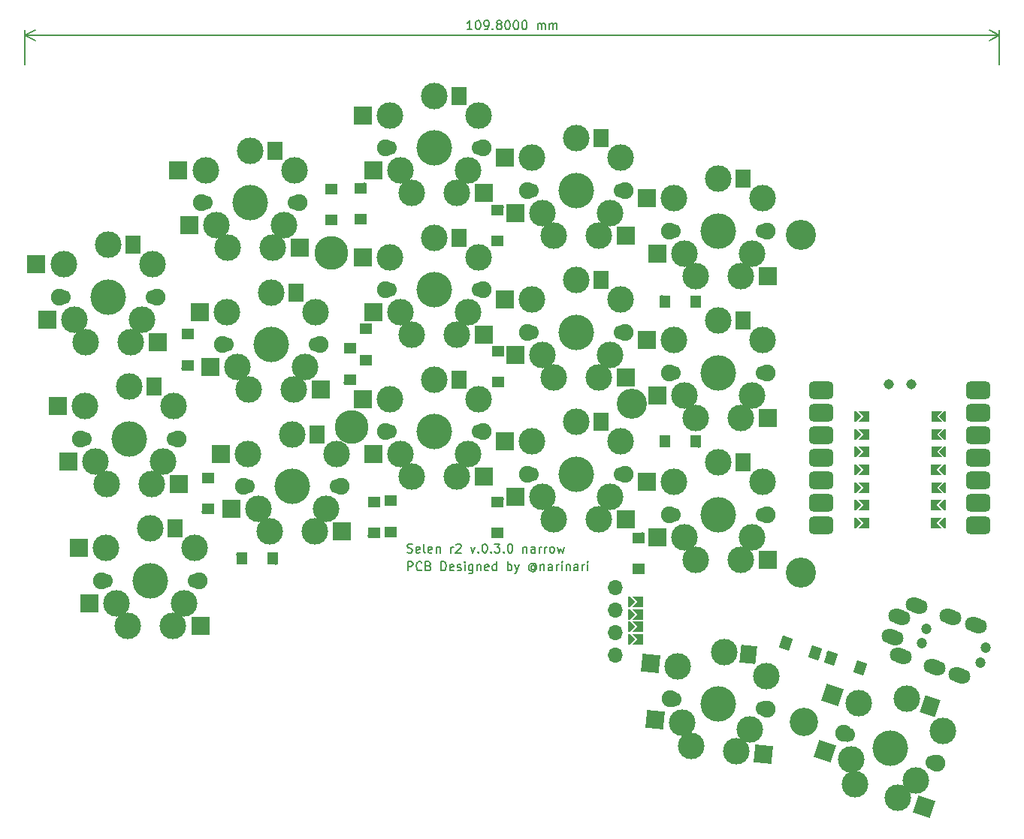
<source format=gts>
%TF.GenerationSoftware,KiCad,Pcbnew,(6.0.8)*%
%TF.CreationDate,2022-10-28T13:14:18+09:00*%
%TF.ProjectId,selen-full_narrow,73656c65-6e2d-4667-956c-6c5f6e617272,rev?*%
%TF.SameCoordinates,Original*%
%TF.FileFunction,Soldermask,Top*%
%TF.FilePolarity,Negative*%
%FSLAX46Y46*%
G04 Gerber Fmt 4.6, Leading zero omitted, Abs format (unit mm)*
G04 Created by KiCad (PCBNEW (6.0.8)) date 2022-10-28 13:14:18*
%MOMM*%
%LPD*%
G01*
G04 APERTURE LIST*
G04 Aperture macros list*
%AMRoundRect*
0 Rectangle with rounded corners*
0 $1 Rounding radius*
0 $2 $3 $4 $5 $6 $7 $8 $9 X,Y pos of 4 corners*
0 Add a 4 corners polygon primitive as box body*
4,1,4,$2,$3,$4,$5,$6,$7,$8,$9,$2,$3,0*
0 Add four circle primitives for the rounded corners*
1,1,$1+$1,$2,$3*
1,1,$1+$1,$4,$5*
1,1,$1+$1,$6,$7*
1,1,$1+$1,$8,$9*
0 Add four rect primitives between the rounded corners*
20,1,$1+$1,$2,$3,$4,$5,0*
20,1,$1+$1,$4,$5,$6,$7,0*
20,1,$1+$1,$6,$7,$8,$9,0*
20,1,$1+$1,$8,$9,$2,$3,0*%
%AMHorizOval*
0 Thick line with rounded ends*
0 $1 width*
0 $2 $3 position (X,Y) of the first rounded end (center of the circle)*
0 $4 $5 position (X,Y) of the second rounded end (center of the circle)*
0 Add line between two ends*
20,1,$1,$2,$3,$4,$5,0*
0 Add two circle primitives to create the rounded ends*
1,1,$1,$2,$3*
1,1,$1,$4,$5*%
%AMRotRect*
0 Rectangle, with rotation*
0 The origin of the aperture is its center*
0 $1 length*
0 $2 width*
0 $3 Rotation angle, in degrees counterclockwise*
0 Add horizontal line*
21,1,$1,$2,0,0,$3*%
%AMFreePoly0*
4,1,6,0.600000,0.200000,0.000000,-0.400000,-0.600000,0.200000,-0.600000,0.400000,0.600000,0.400000,0.600000,0.200000,0.600000,0.200000,$1*%
%AMFreePoly1*
4,1,6,0.600000,-0.250000,-0.600000,-0.250000,-0.600000,1.000000,0.000000,0.400000,0.600000,1.000000,0.600000,-0.250000,0.600000,-0.250000,$1*%
G04 Aperture macros list end*
%ADD10C,0.150000*%
%ADD11C,0.500000*%
%ADD12R,1.400000X1.200000*%
%ADD13RotRect,1.200000X1.400000X342.000000*%
%ADD14C,3.000000*%
%ADD15C,1.700000*%
%ADD16C,1.900000*%
%ADD17C,4.000000*%
%ADD18R,2.000000X2.000000*%
%ADD19R,1.800000X2.000000*%
%ADD20FreePoly0,90.000000*%
%ADD21O,1.700000X1.700000*%
%ADD22FreePoly1,90.000000*%
%ADD23R,1.200000X1.400000*%
%ADD24C,3.800000*%
%ADD25RotRect,2.000000X2.000000X354.000000*%
%ADD26RotRect,1.800000X2.000000X354.000000*%
%ADD27C,3.400000*%
%ADD28RotRect,2.000000X2.000000X342.000000*%
%ADD29RotRect,1.800000X2.000000X342.000000*%
%ADD30C,1.200000*%
%ADD31HorizOval,1.700000X-0.380423X0.123607X0.380423X-0.123607X0*%
%ADD32RoundRect,0.499745X-0.874395X-0.499745X0.874395X-0.499745X0.874395X0.499745X-0.874395X0.499745X0*%
%ADD33FreePoly0,270.000000*%
%ADD34FreePoly1,270.000000*%
%ADD35C,1.143000*%
%ADD36C,3.200000*%
G04 APERTURE END LIST*
D10*
X145335595Y-118052380D02*
X145335595Y-117052380D01*
X145716547Y-117052380D01*
X145811785Y-117100000D01*
X145859404Y-117147619D01*
X145907023Y-117242857D01*
X145907023Y-117385714D01*
X145859404Y-117480952D01*
X145811785Y-117528571D01*
X145716547Y-117576190D01*
X145335595Y-117576190D01*
X146907023Y-117957142D02*
X146859404Y-118004761D01*
X146716547Y-118052380D01*
X146621309Y-118052380D01*
X146478452Y-118004761D01*
X146383214Y-117909523D01*
X146335595Y-117814285D01*
X146287976Y-117623809D01*
X146287976Y-117480952D01*
X146335595Y-117290476D01*
X146383214Y-117195238D01*
X146478452Y-117100000D01*
X146621309Y-117052380D01*
X146716547Y-117052380D01*
X146859404Y-117100000D01*
X146907023Y-117147619D01*
X147668928Y-117528571D02*
X147811785Y-117576190D01*
X147859404Y-117623809D01*
X147907023Y-117719047D01*
X147907023Y-117861904D01*
X147859404Y-117957142D01*
X147811785Y-118004761D01*
X147716547Y-118052380D01*
X147335595Y-118052380D01*
X147335595Y-117052380D01*
X147668928Y-117052380D01*
X147764166Y-117100000D01*
X147811785Y-117147619D01*
X147859404Y-117242857D01*
X147859404Y-117338095D01*
X147811785Y-117433333D01*
X147764166Y-117480952D01*
X147668928Y-117528571D01*
X147335595Y-117528571D01*
X149097500Y-118052380D02*
X149097500Y-117052380D01*
X149335595Y-117052380D01*
X149478452Y-117100000D01*
X149573690Y-117195238D01*
X149621309Y-117290476D01*
X149668928Y-117480952D01*
X149668928Y-117623809D01*
X149621309Y-117814285D01*
X149573690Y-117909523D01*
X149478452Y-118004761D01*
X149335595Y-118052380D01*
X149097500Y-118052380D01*
X150478452Y-118004761D02*
X150383214Y-118052380D01*
X150192738Y-118052380D01*
X150097500Y-118004761D01*
X150049880Y-117909523D01*
X150049880Y-117528571D01*
X150097500Y-117433333D01*
X150192738Y-117385714D01*
X150383214Y-117385714D01*
X150478452Y-117433333D01*
X150526071Y-117528571D01*
X150526071Y-117623809D01*
X150049880Y-117719047D01*
X150907023Y-118004761D02*
X151002261Y-118052380D01*
X151192738Y-118052380D01*
X151287976Y-118004761D01*
X151335595Y-117909523D01*
X151335595Y-117861904D01*
X151287976Y-117766666D01*
X151192738Y-117719047D01*
X151049880Y-117719047D01*
X150954642Y-117671428D01*
X150907023Y-117576190D01*
X150907023Y-117528571D01*
X150954642Y-117433333D01*
X151049880Y-117385714D01*
X151192738Y-117385714D01*
X151287976Y-117433333D01*
X151764166Y-118052380D02*
X151764166Y-117385714D01*
X151764166Y-117052380D02*
X151716547Y-117100000D01*
X151764166Y-117147619D01*
X151811785Y-117100000D01*
X151764166Y-117052380D01*
X151764166Y-117147619D01*
X152668928Y-117385714D02*
X152668928Y-118195238D01*
X152621309Y-118290476D01*
X152573690Y-118338095D01*
X152478452Y-118385714D01*
X152335595Y-118385714D01*
X152240357Y-118338095D01*
X152668928Y-118004761D02*
X152573690Y-118052380D01*
X152383214Y-118052380D01*
X152287976Y-118004761D01*
X152240357Y-117957142D01*
X152192738Y-117861904D01*
X152192738Y-117576190D01*
X152240357Y-117480952D01*
X152287976Y-117433333D01*
X152383214Y-117385714D01*
X152573690Y-117385714D01*
X152668928Y-117433333D01*
X153145119Y-117385714D02*
X153145119Y-118052380D01*
X153145119Y-117480952D02*
X153192738Y-117433333D01*
X153287976Y-117385714D01*
X153430833Y-117385714D01*
X153526071Y-117433333D01*
X153573690Y-117528571D01*
X153573690Y-118052380D01*
X154430833Y-118004761D02*
X154335595Y-118052380D01*
X154145119Y-118052380D01*
X154049880Y-118004761D01*
X154002261Y-117909523D01*
X154002261Y-117528571D01*
X154049880Y-117433333D01*
X154145119Y-117385714D01*
X154335595Y-117385714D01*
X154430833Y-117433333D01*
X154478452Y-117528571D01*
X154478452Y-117623809D01*
X154002261Y-117719047D01*
X155335595Y-118052380D02*
X155335595Y-117052380D01*
X155335595Y-118004761D02*
X155240357Y-118052380D01*
X155049880Y-118052380D01*
X154954642Y-118004761D01*
X154907023Y-117957142D01*
X154859404Y-117861904D01*
X154859404Y-117576190D01*
X154907023Y-117480952D01*
X154954642Y-117433333D01*
X155049880Y-117385714D01*
X155240357Y-117385714D01*
X155335595Y-117433333D01*
X156573690Y-118052380D02*
X156573690Y-117052380D01*
X156573690Y-117433333D02*
X156668928Y-117385714D01*
X156859404Y-117385714D01*
X156954642Y-117433333D01*
X157002261Y-117480952D01*
X157049880Y-117576190D01*
X157049880Y-117861904D01*
X157002261Y-117957142D01*
X156954642Y-118004761D01*
X156859404Y-118052380D01*
X156668928Y-118052380D01*
X156573690Y-118004761D01*
X157383214Y-117385714D02*
X157621309Y-118052380D01*
X157859404Y-117385714D02*
X157621309Y-118052380D01*
X157526071Y-118290476D01*
X157478452Y-118338095D01*
X157383214Y-118385714D01*
X159621309Y-117576190D02*
X159573690Y-117528571D01*
X159478452Y-117480952D01*
X159383214Y-117480952D01*
X159287976Y-117528571D01*
X159240357Y-117576190D01*
X159192738Y-117671428D01*
X159192738Y-117766666D01*
X159240357Y-117861904D01*
X159287976Y-117909523D01*
X159383214Y-117957142D01*
X159478452Y-117957142D01*
X159573690Y-117909523D01*
X159621309Y-117861904D01*
X159621309Y-117480952D02*
X159621309Y-117861904D01*
X159668928Y-117909523D01*
X159716547Y-117909523D01*
X159811785Y-117861904D01*
X159859404Y-117766666D01*
X159859404Y-117528571D01*
X159764166Y-117385714D01*
X159621309Y-117290476D01*
X159430833Y-117242857D01*
X159240357Y-117290476D01*
X159097500Y-117385714D01*
X159002261Y-117528571D01*
X158954642Y-117719047D01*
X159002261Y-117909523D01*
X159097500Y-118052380D01*
X159240357Y-118147619D01*
X159430833Y-118195238D01*
X159621309Y-118147619D01*
X159764166Y-118052380D01*
X160287976Y-117385714D02*
X160287976Y-118052380D01*
X160287976Y-117480952D02*
X160335595Y-117433333D01*
X160430833Y-117385714D01*
X160573690Y-117385714D01*
X160668928Y-117433333D01*
X160716547Y-117528571D01*
X160716547Y-118052380D01*
X161621309Y-118052380D02*
X161621309Y-117528571D01*
X161573690Y-117433333D01*
X161478452Y-117385714D01*
X161287976Y-117385714D01*
X161192738Y-117433333D01*
X161621309Y-118004761D02*
X161526071Y-118052380D01*
X161287976Y-118052380D01*
X161192738Y-118004761D01*
X161145119Y-117909523D01*
X161145119Y-117814285D01*
X161192738Y-117719047D01*
X161287976Y-117671428D01*
X161526071Y-117671428D01*
X161621309Y-117623809D01*
X162097500Y-118052380D02*
X162097500Y-117385714D01*
X162097500Y-117576190D02*
X162145119Y-117480952D01*
X162192738Y-117433333D01*
X162287976Y-117385714D01*
X162383214Y-117385714D01*
X162716547Y-118052380D02*
X162716547Y-117385714D01*
X162716547Y-117052380D02*
X162668928Y-117100000D01*
X162716547Y-117147619D01*
X162764166Y-117100000D01*
X162716547Y-117052380D01*
X162716547Y-117147619D01*
X163192738Y-117385714D02*
X163192738Y-118052380D01*
X163192738Y-117480952D02*
X163240357Y-117433333D01*
X163335595Y-117385714D01*
X163478452Y-117385714D01*
X163573690Y-117433333D01*
X163621309Y-117528571D01*
X163621309Y-118052380D01*
X164526071Y-118052380D02*
X164526071Y-117528571D01*
X164478452Y-117433333D01*
X164383214Y-117385714D01*
X164192738Y-117385714D01*
X164097500Y-117433333D01*
X164526071Y-118004761D02*
X164430833Y-118052380D01*
X164192738Y-118052380D01*
X164097500Y-118004761D01*
X164049880Y-117909523D01*
X164049880Y-117814285D01*
X164097500Y-117719047D01*
X164192738Y-117671428D01*
X164430833Y-117671428D01*
X164526071Y-117623809D01*
X165002261Y-118052380D02*
X165002261Y-117385714D01*
X165002261Y-117576190D02*
X165049880Y-117480952D01*
X165097500Y-117433333D01*
X165192738Y-117385714D01*
X165287976Y-117385714D01*
X165621309Y-118052380D02*
X165621309Y-117385714D01*
X165621309Y-117052380D02*
X165573690Y-117100000D01*
X165621309Y-117147619D01*
X165668928Y-117100000D01*
X165621309Y-117052380D01*
X165621309Y-117147619D01*
X145287976Y-116004761D02*
X145430833Y-116052380D01*
X145668928Y-116052380D01*
X145764166Y-116004761D01*
X145811785Y-115957142D01*
X145859404Y-115861904D01*
X145859404Y-115766666D01*
X145811785Y-115671428D01*
X145764166Y-115623809D01*
X145668928Y-115576190D01*
X145478452Y-115528571D01*
X145383214Y-115480952D01*
X145335595Y-115433333D01*
X145287976Y-115338095D01*
X145287976Y-115242857D01*
X145335595Y-115147619D01*
X145383214Y-115100000D01*
X145478452Y-115052380D01*
X145716547Y-115052380D01*
X145859404Y-115100000D01*
X146668928Y-116004761D02*
X146573690Y-116052380D01*
X146383214Y-116052380D01*
X146287976Y-116004761D01*
X146240357Y-115909523D01*
X146240357Y-115528571D01*
X146287976Y-115433333D01*
X146383214Y-115385714D01*
X146573690Y-115385714D01*
X146668928Y-115433333D01*
X146716547Y-115528571D01*
X146716547Y-115623809D01*
X146240357Y-115719047D01*
X147287976Y-116052380D02*
X147192738Y-116004761D01*
X147145119Y-115909523D01*
X147145119Y-115052380D01*
X148049880Y-116004761D02*
X147954642Y-116052380D01*
X147764166Y-116052380D01*
X147668928Y-116004761D01*
X147621309Y-115909523D01*
X147621309Y-115528571D01*
X147668928Y-115433333D01*
X147764166Y-115385714D01*
X147954642Y-115385714D01*
X148049880Y-115433333D01*
X148097500Y-115528571D01*
X148097500Y-115623809D01*
X147621309Y-115719047D01*
X148526071Y-115385714D02*
X148526071Y-116052380D01*
X148526071Y-115480952D02*
X148573690Y-115433333D01*
X148668928Y-115385714D01*
X148811785Y-115385714D01*
X148907023Y-115433333D01*
X148954642Y-115528571D01*
X148954642Y-116052380D01*
X150192738Y-116052380D02*
X150192738Y-115385714D01*
X150192738Y-115576190D02*
X150240357Y-115480952D01*
X150287976Y-115433333D01*
X150383214Y-115385714D01*
X150478452Y-115385714D01*
X150764166Y-115147619D02*
X150811785Y-115100000D01*
X150907023Y-115052380D01*
X151145119Y-115052380D01*
X151240357Y-115100000D01*
X151287976Y-115147619D01*
X151335595Y-115242857D01*
X151335595Y-115338095D01*
X151287976Y-115480952D01*
X150716547Y-116052380D01*
X151335595Y-116052380D01*
X152430833Y-115385714D02*
X152668928Y-116052380D01*
X152907023Y-115385714D01*
X153287976Y-115957142D02*
X153335595Y-116004761D01*
X153287976Y-116052380D01*
X153240357Y-116004761D01*
X153287976Y-115957142D01*
X153287976Y-116052380D01*
X153954642Y-115052380D02*
X154049880Y-115052380D01*
X154145119Y-115100000D01*
X154192738Y-115147619D01*
X154240357Y-115242857D01*
X154287976Y-115433333D01*
X154287976Y-115671428D01*
X154240357Y-115861904D01*
X154192738Y-115957142D01*
X154145119Y-116004761D01*
X154049880Y-116052380D01*
X153954642Y-116052380D01*
X153859404Y-116004761D01*
X153811785Y-115957142D01*
X153764166Y-115861904D01*
X153716547Y-115671428D01*
X153716547Y-115433333D01*
X153764166Y-115242857D01*
X153811785Y-115147619D01*
X153859404Y-115100000D01*
X153954642Y-115052380D01*
X154716547Y-115957142D02*
X154764166Y-116004761D01*
X154716547Y-116052380D01*
X154668928Y-116004761D01*
X154716547Y-115957142D01*
X154716547Y-116052380D01*
X155097500Y-115052380D02*
X155716547Y-115052380D01*
X155383214Y-115433333D01*
X155526071Y-115433333D01*
X155621309Y-115480952D01*
X155668928Y-115528571D01*
X155716547Y-115623809D01*
X155716547Y-115861904D01*
X155668928Y-115957142D01*
X155621309Y-116004761D01*
X155526071Y-116052380D01*
X155240357Y-116052380D01*
X155145119Y-116004761D01*
X155097500Y-115957142D01*
X156145119Y-115957142D02*
X156192738Y-116004761D01*
X156145119Y-116052380D01*
X156097500Y-116004761D01*
X156145119Y-115957142D01*
X156145119Y-116052380D01*
X156811785Y-115052380D02*
X156907023Y-115052380D01*
X157002261Y-115100000D01*
X157049880Y-115147619D01*
X157097500Y-115242857D01*
X157145119Y-115433333D01*
X157145119Y-115671428D01*
X157097500Y-115861904D01*
X157049880Y-115957142D01*
X157002261Y-116004761D01*
X156907023Y-116052380D01*
X156811785Y-116052380D01*
X156716547Y-116004761D01*
X156668928Y-115957142D01*
X156621309Y-115861904D01*
X156573690Y-115671428D01*
X156573690Y-115433333D01*
X156621309Y-115242857D01*
X156668928Y-115147619D01*
X156716547Y-115100000D01*
X156811785Y-115052380D01*
X158335595Y-115385714D02*
X158335595Y-116052380D01*
X158335595Y-115480952D02*
X158383214Y-115433333D01*
X158478452Y-115385714D01*
X158621309Y-115385714D01*
X158716547Y-115433333D01*
X158764166Y-115528571D01*
X158764166Y-116052380D01*
X159668928Y-116052380D02*
X159668928Y-115528571D01*
X159621309Y-115433333D01*
X159526071Y-115385714D01*
X159335595Y-115385714D01*
X159240357Y-115433333D01*
X159668928Y-116004761D02*
X159573690Y-116052380D01*
X159335595Y-116052380D01*
X159240357Y-116004761D01*
X159192738Y-115909523D01*
X159192738Y-115814285D01*
X159240357Y-115719047D01*
X159335595Y-115671428D01*
X159573690Y-115671428D01*
X159668928Y-115623809D01*
X160145119Y-116052380D02*
X160145119Y-115385714D01*
X160145119Y-115576190D02*
X160192738Y-115480952D01*
X160240357Y-115433333D01*
X160335595Y-115385714D01*
X160430833Y-115385714D01*
X160764166Y-116052380D02*
X160764166Y-115385714D01*
X160764166Y-115576190D02*
X160811785Y-115480952D01*
X160859404Y-115433333D01*
X160954642Y-115385714D01*
X161049880Y-115385714D01*
X161526071Y-116052380D02*
X161430833Y-116004761D01*
X161383214Y-115957142D01*
X161335595Y-115861904D01*
X161335595Y-115576190D01*
X161383214Y-115480952D01*
X161430833Y-115433333D01*
X161526071Y-115385714D01*
X161668928Y-115385714D01*
X161764166Y-115433333D01*
X161811785Y-115480952D01*
X161859404Y-115576190D01*
X161859404Y-115861904D01*
X161811785Y-115957142D01*
X161764166Y-116004761D01*
X161668928Y-116052380D01*
X161526071Y-116052380D01*
X162192738Y-115385714D02*
X162383214Y-116052380D01*
X162573690Y-115576190D01*
X162764166Y-116052380D01*
X162954642Y-115385714D01*
X152576190Y-57002380D02*
X152004761Y-57002380D01*
X152290476Y-57002380D02*
X152290476Y-56002380D01*
X152195238Y-56145238D01*
X152100000Y-56240476D01*
X152004761Y-56288095D01*
X153195238Y-56002380D02*
X153290476Y-56002380D01*
X153385714Y-56050000D01*
X153433333Y-56097619D01*
X153480952Y-56192857D01*
X153528571Y-56383333D01*
X153528571Y-56621428D01*
X153480952Y-56811904D01*
X153433333Y-56907142D01*
X153385714Y-56954761D01*
X153290476Y-57002380D01*
X153195238Y-57002380D01*
X153100000Y-56954761D01*
X153052380Y-56907142D01*
X153004761Y-56811904D01*
X152957142Y-56621428D01*
X152957142Y-56383333D01*
X153004761Y-56192857D01*
X153052380Y-56097619D01*
X153100000Y-56050000D01*
X153195238Y-56002380D01*
X154004761Y-57002380D02*
X154195238Y-57002380D01*
X154290476Y-56954761D01*
X154338095Y-56907142D01*
X154433333Y-56764285D01*
X154480952Y-56573809D01*
X154480952Y-56192857D01*
X154433333Y-56097619D01*
X154385714Y-56050000D01*
X154290476Y-56002380D01*
X154100000Y-56002380D01*
X154004761Y-56050000D01*
X153957142Y-56097619D01*
X153909523Y-56192857D01*
X153909523Y-56430952D01*
X153957142Y-56526190D01*
X154004761Y-56573809D01*
X154100000Y-56621428D01*
X154290476Y-56621428D01*
X154385714Y-56573809D01*
X154433333Y-56526190D01*
X154480952Y-56430952D01*
X154909523Y-56907142D02*
X154957142Y-56954761D01*
X154909523Y-57002380D01*
X154861904Y-56954761D01*
X154909523Y-56907142D01*
X154909523Y-57002380D01*
X155528571Y-56430952D02*
X155433333Y-56383333D01*
X155385714Y-56335714D01*
X155338095Y-56240476D01*
X155338095Y-56192857D01*
X155385714Y-56097619D01*
X155433333Y-56050000D01*
X155528571Y-56002380D01*
X155719047Y-56002380D01*
X155814285Y-56050000D01*
X155861904Y-56097619D01*
X155909523Y-56192857D01*
X155909523Y-56240476D01*
X155861904Y-56335714D01*
X155814285Y-56383333D01*
X155719047Y-56430952D01*
X155528571Y-56430952D01*
X155433333Y-56478571D01*
X155385714Y-56526190D01*
X155338095Y-56621428D01*
X155338095Y-56811904D01*
X155385714Y-56907142D01*
X155433333Y-56954761D01*
X155528571Y-57002380D01*
X155719047Y-57002380D01*
X155814285Y-56954761D01*
X155861904Y-56907142D01*
X155909523Y-56811904D01*
X155909523Y-56621428D01*
X155861904Y-56526190D01*
X155814285Y-56478571D01*
X155719047Y-56430952D01*
X156528571Y-56002380D02*
X156623809Y-56002380D01*
X156719047Y-56050000D01*
X156766666Y-56097619D01*
X156814285Y-56192857D01*
X156861904Y-56383333D01*
X156861904Y-56621428D01*
X156814285Y-56811904D01*
X156766666Y-56907142D01*
X156719047Y-56954761D01*
X156623809Y-57002380D01*
X156528571Y-57002380D01*
X156433333Y-56954761D01*
X156385714Y-56907142D01*
X156338095Y-56811904D01*
X156290476Y-56621428D01*
X156290476Y-56383333D01*
X156338095Y-56192857D01*
X156385714Y-56097619D01*
X156433333Y-56050000D01*
X156528571Y-56002380D01*
X157480952Y-56002380D02*
X157576190Y-56002380D01*
X157671428Y-56050000D01*
X157719047Y-56097619D01*
X157766666Y-56192857D01*
X157814285Y-56383333D01*
X157814285Y-56621428D01*
X157766666Y-56811904D01*
X157719047Y-56907142D01*
X157671428Y-56954761D01*
X157576190Y-57002380D01*
X157480952Y-57002380D01*
X157385714Y-56954761D01*
X157338095Y-56907142D01*
X157290476Y-56811904D01*
X157242857Y-56621428D01*
X157242857Y-56383333D01*
X157290476Y-56192857D01*
X157338095Y-56097619D01*
X157385714Y-56050000D01*
X157480952Y-56002380D01*
X158433333Y-56002380D02*
X158528571Y-56002380D01*
X158623809Y-56050000D01*
X158671428Y-56097619D01*
X158719047Y-56192857D01*
X158766666Y-56383333D01*
X158766666Y-56621428D01*
X158719047Y-56811904D01*
X158671428Y-56907142D01*
X158623809Y-56954761D01*
X158528571Y-57002380D01*
X158433333Y-57002380D01*
X158338095Y-56954761D01*
X158290476Y-56907142D01*
X158242857Y-56811904D01*
X158195238Y-56621428D01*
X158195238Y-56383333D01*
X158242857Y-56192857D01*
X158290476Y-56097619D01*
X158338095Y-56050000D01*
X158433333Y-56002380D01*
X159957142Y-57002380D02*
X159957142Y-56335714D01*
X159957142Y-56430952D02*
X160004761Y-56383333D01*
X160100000Y-56335714D01*
X160242857Y-56335714D01*
X160338095Y-56383333D01*
X160385714Y-56478571D01*
X160385714Y-57002380D01*
X160385714Y-56478571D02*
X160433333Y-56383333D01*
X160528571Y-56335714D01*
X160671428Y-56335714D01*
X160766666Y-56383333D01*
X160814285Y-56478571D01*
X160814285Y-57002380D01*
X161290476Y-57002380D02*
X161290476Y-56335714D01*
X161290476Y-56430952D02*
X161338095Y-56383333D01*
X161433333Y-56335714D01*
X161576190Y-56335714D01*
X161671428Y-56383333D01*
X161719047Y-56478571D01*
X161719047Y-57002380D01*
X161719047Y-56478571D02*
X161766666Y-56383333D01*
X161861904Y-56335714D01*
X162004761Y-56335714D01*
X162100000Y-56383333D01*
X162147619Y-56478571D01*
X162147619Y-57002380D01*
X212000000Y-61000000D02*
X212000000Y-57113580D01*
X102200000Y-61000000D02*
X102200000Y-57113580D01*
X212000000Y-57700000D02*
X102200000Y-57700000D01*
X212000000Y-57700000D02*
X102200000Y-57700000D01*
X212000000Y-57700000D02*
X210873496Y-57113579D01*
X212000000Y-57700000D02*
X210873496Y-58286421D01*
X102200000Y-57700000D02*
X103326504Y-58286421D01*
X102200000Y-57700000D02*
X103326504Y-57113579D01*
D11*
%TO.C,D9*%
X155950000Y-92950000D03*
D12*
X155500000Y-93300000D03*
X155500000Y-96800000D03*
D11*
X155050000Y-97150000D03*
%TD*%
%TO.C,D4*%
X155898000Y-77022000D03*
D12*
X155448000Y-77372000D03*
D11*
X154998000Y-81222000D03*
D12*
X155448000Y-80872000D03*
%TD*%
D11*
%TO.C,D12*%
X141950000Y-109950000D03*
D12*
X141500000Y-110300000D03*
X141500000Y-113800000D03*
D11*
X141050000Y-114150000D03*
%TD*%
D13*
%TO.C,D17*%
X192989302Y-127918440D03*
D11*
X192795490Y-127382309D03*
X196511812Y-129536131D03*
D13*
X196318000Y-129000000D03*
%TD*%
D14*
%TO.C,SW1*%
X109038000Y-92301500D03*
D15*
X116658000Y-87221500D03*
X106498000Y-87221500D03*
D14*
X107768000Y-89761500D03*
X106578000Y-83521500D03*
D16*
X117078000Y-87221500D03*
X106078000Y-87221500D03*
D14*
X115388000Y-89761500D03*
X111578000Y-81321500D03*
X114118000Y-92301500D03*
X116578000Y-83521500D03*
D17*
X111578000Y-87221500D03*
D18*
X103478000Y-83521500D03*
X117178000Y-92301500D03*
D19*
X114378000Y-81321500D03*
D18*
X104678000Y-89761500D03*
%TD*%
D14*
%TO.C,SW13*%
X145801000Y-107473750D03*
X148341000Y-96493750D03*
D17*
X148341000Y-102393750D03*
D14*
X153341000Y-98693750D03*
X143341000Y-98693750D03*
X152151000Y-104933750D03*
D16*
X142841000Y-102393750D03*
D15*
X143261000Y-102393750D03*
D14*
X144531000Y-104933750D03*
X150881000Y-107473750D03*
D15*
X153421000Y-102393750D03*
D16*
X153841000Y-102393750D03*
D18*
X153941000Y-107473750D03*
X140241000Y-98693750D03*
D19*
X151141000Y-96493750D03*
D18*
X141441000Y-104933750D03*
%TD*%
D11*
%TO.C,D15*%
X170900000Y-118200000D03*
D12*
X171350000Y-117850000D03*
D11*
X171800000Y-114000000D03*
D12*
X171350000Y-114350000D03*
%TD*%
%TO.C,D8*%
X140600000Y-94300000D03*
D11*
X140150000Y-94650000D03*
X141050000Y-90450000D03*
D12*
X140600000Y-90800000D03*
%TD*%
D20*
%TO.C,J2*%
X170600000Y-125800000D03*
D21*
X168700000Y-125080000D03*
X168700000Y-122540000D03*
D20*
X170600000Y-123000000D03*
D21*
X168700000Y-120000000D03*
D20*
X170600000Y-124400000D03*
X170600000Y-121600000D03*
D21*
X168700000Y-127620000D03*
D22*
X171600000Y-125800000D03*
X171600000Y-124400000D03*
X171600000Y-123000000D03*
X171600000Y-121600000D03*
%TD*%
D14*
%TO.C,SW7*%
X134959750Y-88885000D03*
X127419750Y-97665000D03*
D16*
X135459750Y-92585000D03*
D15*
X124879750Y-92585000D03*
D14*
X129959750Y-86685000D03*
X124959750Y-88885000D03*
X126149750Y-95125000D03*
X132499750Y-97665000D03*
D17*
X129959750Y-92585000D03*
D16*
X124459750Y-92585000D03*
D14*
X133769750Y-95125000D03*
D15*
X135039750Y-92585000D03*
D18*
X121859750Y-88885000D03*
X135559750Y-97665000D03*
X123059750Y-95125000D03*
D19*
X132759750Y-86685000D03*
%TD*%
D23*
%TO.C,D11*%
X130100000Y-116700000D03*
D11*
X130450000Y-117150000D03*
X126250000Y-116250000D03*
D23*
X126600000Y-116700000D03*
%TD*%
D24*
%TO.C,REF\u002A\u002A*%
X136700000Y-82200000D03*
%TD*%
D14*
%TO.C,SW6*%
X118959750Y-99521500D03*
D16*
X108459750Y-103221500D03*
D15*
X119039750Y-103221500D03*
D14*
X108959750Y-99521500D03*
X110149750Y-105761500D03*
D17*
X113959750Y-103221500D03*
D14*
X111419750Y-108301500D03*
X117769750Y-105761500D03*
D16*
X119459750Y-103221500D03*
D14*
X116499750Y-108301500D03*
X113959750Y-97321500D03*
D15*
X108879750Y-103221500D03*
D18*
X119559750Y-108301500D03*
X105859750Y-99521500D03*
D19*
X116759750Y-97321500D03*
D18*
X107059750Y-105761500D03*
%TD*%
D17*
%TO.C,SW11*%
X116341000Y-119221250D03*
D15*
X121421000Y-119221250D03*
D14*
X118881000Y-124301250D03*
D16*
X110841000Y-119221250D03*
D14*
X120151000Y-121761250D03*
X111341000Y-115521250D03*
D15*
X111261000Y-119221250D03*
D16*
X121841000Y-119221250D03*
D14*
X112531000Y-121761250D03*
X116341000Y-113321250D03*
X121341000Y-115521250D03*
X113801000Y-124301250D03*
D18*
X108241000Y-115521250D03*
X121941000Y-124301250D03*
X109441000Y-121761250D03*
D19*
X119141000Y-113321250D03*
%TD*%
D16*
%TO.C,SW8*%
X142841000Y-86393750D03*
D14*
X153341000Y-82693750D03*
X150881000Y-91473750D03*
D17*
X148341000Y-86393750D03*
D14*
X148341000Y-80493750D03*
X152151000Y-88933750D03*
X143341000Y-82693750D03*
X144531000Y-88933750D03*
D15*
X143261000Y-86393750D03*
X153421000Y-86393750D03*
D14*
X145801000Y-91473750D03*
D16*
X153841000Y-86393750D03*
D18*
X140241000Y-82693750D03*
X153941000Y-91473750D03*
D19*
X151141000Y-80493750D03*
D18*
X141441000Y-88933750D03*
%TD*%
D16*
%TO.C,SW10*%
X174840000Y-95759750D03*
D14*
X184150000Y-98299750D03*
D15*
X185420000Y-95759750D03*
D17*
X180340000Y-95759750D03*
D16*
X185840000Y-95759750D03*
D14*
X175340000Y-92059750D03*
X180340000Y-89859750D03*
X176530000Y-98299750D03*
D15*
X175260000Y-95759750D03*
D14*
X185340000Y-92059750D03*
X177800000Y-100839750D03*
X182880000Y-100839750D03*
D18*
X172240000Y-92059750D03*
X185940000Y-100839750D03*
D19*
X183140000Y-89859750D03*
D18*
X173440000Y-98299750D03*
%TD*%
D15*
%TO.C,SW15*%
X185420000Y-111760000D03*
X175260000Y-111760000D03*
D14*
X185340000Y-108060000D03*
D16*
X185840000Y-111760000D03*
X174840000Y-111760000D03*
D14*
X180340000Y-105860000D03*
X176530000Y-114300000D03*
X177800000Y-116840000D03*
X175340000Y-108060000D03*
D17*
X180340000Y-111760000D03*
D14*
X184150000Y-114300000D03*
X182880000Y-116840000D03*
D18*
X172240000Y-108060000D03*
X185940000Y-116840000D03*
D19*
X183140000Y-105860000D03*
D18*
X173440000Y-114300000D03*
%TD*%
D15*
%TO.C,SW3*%
X143261000Y-70393750D03*
D14*
X153341000Y-66693750D03*
D16*
X142841000Y-70393750D03*
X153841000Y-70393750D03*
D15*
X153421000Y-70393750D03*
D14*
X148341000Y-64493750D03*
X145801000Y-75473750D03*
X144531000Y-72933750D03*
X150881000Y-75473750D03*
D17*
X148341000Y-70393750D03*
D14*
X152151000Y-72933750D03*
X143341000Y-66693750D03*
D18*
X140241000Y-66693750D03*
X153941000Y-75473750D03*
D19*
X151141000Y-64493750D03*
D18*
X141441000Y-72933750D03*
%TD*%
D15*
%TO.C,SW16*%
X175287829Y-132565577D03*
D14*
X176285369Y-135224414D03*
D16*
X174870130Y-132521675D03*
D17*
X180340000Y-133096582D03*
D14*
X180956718Y-127228903D03*
X183863626Y-136020921D03*
X185699365Y-129939493D03*
X177282910Y-137883251D03*
D15*
X185392171Y-133627587D03*
D16*
X185809870Y-133671489D03*
D14*
X182335081Y-138414256D03*
X175754146Y-128894209D03*
D25*
X172671128Y-128570170D03*
X185378318Y-138734113D03*
D26*
X183741379Y-127521583D03*
D25*
X173212297Y-134901421D03*
%TD*%
D12*
%TO.C,D3*%
X140000000Y-78400000D03*
D11*
X139550000Y-78750000D03*
X140450000Y-74550000D03*
D12*
X140000000Y-74900000D03*
%TD*%
D23*
%TO.C,D5*%
X177800000Y-87700000D03*
D11*
X178150000Y-88150000D03*
X173950000Y-87250000D03*
D23*
X174300000Y-87700000D03*
%TD*%
D12*
%TO.C,D1*%
X120500000Y-94900000D03*
D11*
X120050000Y-95250000D03*
X120950000Y-91050000D03*
D12*
X120500000Y-91400000D03*
%TD*%
D14*
%TO.C,SW2*%
X131388500Y-79125000D03*
X123768500Y-79125000D03*
X122578500Y-72885000D03*
D15*
X122498500Y-76585000D03*
D14*
X127578500Y-70685000D03*
D17*
X127578500Y-76585000D03*
D14*
X130118500Y-81665000D03*
X132578500Y-72885000D03*
D16*
X122078500Y-76585000D03*
D15*
X132658500Y-76585000D03*
D16*
X133078500Y-76585000D03*
D14*
X125038500Y-81665000D03*
D18*
X119478500Y-72885000D03*
X133178500Y-81665000D03*
D19*
X130378500Y-70685000D03*
D18*
X120678500Y-79125000D03*
%TD*%
D27*
%TO.C,REF\u002A\u002A*%
X170600000Y-99200000D03*
X189650000Y-118250000D03*
X189650000Y-80150000D03*
%TD*%
D15*
%TO.C,SW9*%
X169420500Y-91156250D03*
D17*
X164340500Y-91156250D03*
D14*
X168150500Y-93696250D03*
X166880500Y-96236250D03*
X161800500Y-96236250D03*
X164340500Y-85256250D03*
D16*
X158840500Y-91156250D03*
D14*
X160530500Y-93696250D03*
D15*
X159260500Y-91156250D03*
D14*
X159340500Y-87456250D03*
D16*
X169840500Y-91156250D03*
D14*
X169340500Y-87456250D03*
D18*
X169940500Y-96236250D03*
X156240500Y-87456250D03*
D19*
X167140500Y-85256250D03*
D18*
X157440500Y-93696250D03*
%TD*%
D14*
%TO.C,SW5*%
X182880000Y-84839750D03*
X184150000Y-82299750D03*
X175340000Y-76059750D03*
X177800000Y-84839750D03*
D15*
X175260000Y-79759750D03*
D16*
X185840000Y-79759750D03*
D17*
X180340000Y-79759750D03*
D16*
X174840000Y-79759750D03*
D14*
X176530000Y-82299750D03*
X185340000Y-76059750D03*
D15*
X185420000Y-79759750D03*
D14*
X180340000Y-73859750D03*
D18*
X185940000Y-84839750D03*
X172240000Y-76059750D03*
D19*
X183140000Y-73859750D03*
D18*
X173440000Y-82299750D03*
%TD*%
D11*
%TO.C,D16*%
X187757392Y-125688540D03*
D13*
X187951204Y-126224671D03*
D11*
X191473714Y-127842362D03*
D13*
X191279902Y-127306231D03*
%TD*%
D11*
%TO.C,D13*%
X142950000Y-114050000D03*
D12*
X143400000Y-113700000D03*
D11*
X143850000Y-109850000D03*
D12*
X143400000Y-110200000D03*
%TD*%
D23*
%TO.C,D10*%
X177800000Y-103500000D03*
D11*
X178150000Y-103950000D03*
D23*
X174300000Y-103500000D03*
D11*
X173950000Y-103050000D03*
%TD*%
D14*
%TO.C,SW17*%
X201548103Y-132501267D03*
X195316475Y-139350829D03*
D15*
X204556270Y-139682306D03*
D14*
X195739413Y-142158964D03*
X196112983Y-133048506D03*
X200570780Y-143728770D03*
D16*
X204955714Y-139812093D03*
D17*
X199724903Y-138112500D03*
D16*
X194494092Y-136412907D03*
D14*
X202563525Y-141705538D03*
D15*
X194893536Y-136542694D03*
D14*
X205623548Y-136138676D03*
D28*
X193164708Y-132090553D03*
X203481013Y-144674362D03*
D29*
X204211062Y-133366514D03*
D28*
X192377710Y-138395966D03*
%TD*%
D14*
%TO.C,SW12*%
X129801000Y-113665000D03*
D15*
X137421000Y-108585000D03*
D17*
X132341000Y-108585000D03*
D15*
X127261000Y-108585000D03*
D14*
X134881000Y-113665000D03*
X128531000Y-111125000D03*
D16*
X126841000Y-108585000D03*
D14*
X127341000Y-104885000D03*
X137341000Y-104885000D03*
X132341000Y-102685000D03*
D16*
X137841000Y-108585000D03*
D14*
X136151000Y-111125000D03*
D18*
X137941000Y-113665000D03*
X124241000Y-104885000D03*
X125441000Y-111125000D03*
D19*
X135141000Y-102685000D03*
%TD*%
D12*
%TO.C,D14*%
X155448000Y-110300000D03*
D11*
X155898000Y-109950000D03*
X154998000Y-114150000D03*
D12*
X155448000Y-113800000D03*
%TD*%
D30*
%TO.C,J1*%
X203765907Y-124595283D03*
X210423303Y-126758402D03*
X209882523Y-128422751D03*
X203225128Y-126259632D03*
D31*
X199978485Y-125572745D03*
X200735577Y-123242657D03*
X209360337Y-124204952D03*
X207521686Y-129863739D03*
X204668516Y-128936688D03*
X206507167Y-123277901D03*
X202702941Y-122041833D03*
X200864290Y-127700620D03*
%TD*%
D12*
%TO.C,D2*%
X136700000Y-75000000D03*
D11*
X137150000Y-74650000D03*
D12*
X136700000Y-78500000D03*
D11*
X136250000Y-78850000D03*
%TD*%
D24*
%TO.C,REF\u002A\u002A*%
X139000000Y-101854000D03*
%TD*%
D14*
%TO.C,SW14*%
X160530500Y-109696250D03*
D16*
X158840500Y-107156250D03*
D17*
X164340500Y-107156250D03*
D15*
X159260500Y-107156250D03*
D14*
X164340500Y-101256250D03*
X159340500Y-103456250D03*
X169340500Y-103456250D03*
D16*
X169840500Y-107156250D03*
D15*
X169420500Y-107156250D03*
D14*
X168150500Y-109696250D03*
X161800500Y-112236250D03*
X166880500Y-112236250D03*
D18*
X156240500Y-103456250D03*
X169940500Y-112236250D03*
X157440500Y-109696250D03*
D19*
X167140500Y-101256250D03*
%TD*%
D12*
%TO.C,D7*%
X138800000Y-93000000D03*
D11*
X139250000Y-92650000D03*
X138350000Y-96850000D03*
D12*
X138800000Y-96500000D03*
%TD*%
D16*
%TO.C,SW4*%
X169840500Y-75156250D03*
D14*
X168150500Y-77696250D03*
X164340500Y-69256250D03*
X159340500Y-71456250D03*
D15*
X169420500Y-75156250D03*
D17*
X164340500Y-75156250D03*
D15*
X159260500Y-75156250D03*
D14*
X169340500Y-71456250D03*
X160530500Y-77696250D03*
D16*
X158840500Y-75156250D03*
D14*
X161800500Y-80236250D03*
X166880500Y-80236250D03*
D18*
X169940500Y-80236250D03*
X156240500Y-71456250D03*
D19*
X167140500Y-69256250D03*
D18*
X157440500Y-77696250D03*
%TD*%
D32*
%TO.C,U1*%
X209588184Y-100271296D03*
X191921304Y-110431296D03*
D33*
X205588184Y-108687504D03*
D20*
X196088184Y-102687504D03*
D33*
X205588184Y-102687504D03*
D32*
X209588184Y-107891296D03*
X209588184Y-110431296D03*
X191921304Y-97731296D03*
D20*
X196088184Y-100687504D03*
X196088184Y-108687504D03*
D32*
X191921304Y-100271296D03*
D20*
X196088184Y-104687504D03*
D32*
X191921304Y-107891296D03*
X209588184Y-112971296D03*
D20*
X196063796Y-106687504D03*
D32*
X191921304Y-112971296D03*
D20*
X196088184Y-110687504D03*
X196063796Y-112687504D03*
D32*
X209588184Y-97731296D03*
D33*
X205563796Y-106687504D03*
D32*
X209588184Y-102811296D03*
X191921304Y-105351296D03*
X209588184Y-105351296D03*
D33*
X205563796Y-110687504D03*
X205588184Y-100687504D03*
X205588184Y-104687504D03*
X205563796Y-112687504D03*
D32*
X191921304Y-102811296D03*
D34*
X204588184Y-100687504D03*
X204588184Y-102687504D03*
X204588184Y-104687504D03*
X204563796Y-106687504D03*
X204588184Y-108687504D03*
X204563796Y-110687504D03*
X204563796Y-112687504D03*
D22*
X197063796Y-112687504D03*
X197088184Y-110687504D03*
X197088184Y-108687504D03*
X197063796Y-106687504D03*
X197088184Y-104687504D03*
X197088184Y-102687504D03*
X197088184Y-100687504D03*
D35*
X199536987Y-97044929D03*
X202076987Y-97044929D03*
%TD*%
D36*
%TO.C,REF\u002A\u002A*%
X189992000Y-135128000D03*
X189992000Y-135128000D03*
%TD*%
D11*
%TO.C,D6*%
X122350000Y-111450000D03*
D12*
X122800000Y-111100000D03*
D11*
X123250000Y-107250000D03*
D12*
X122800000Y-107600000D03*
%TD*%
M02*

</source>
